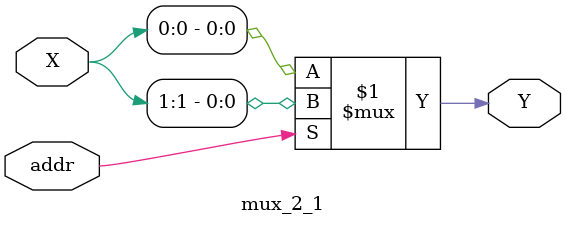
<source format=v>
module mux_2_1 (
		input addr,
		input [1:0] X,
		output Y
);

assign Y = addr ? X[1] : X[0];

endmodule

</source>
